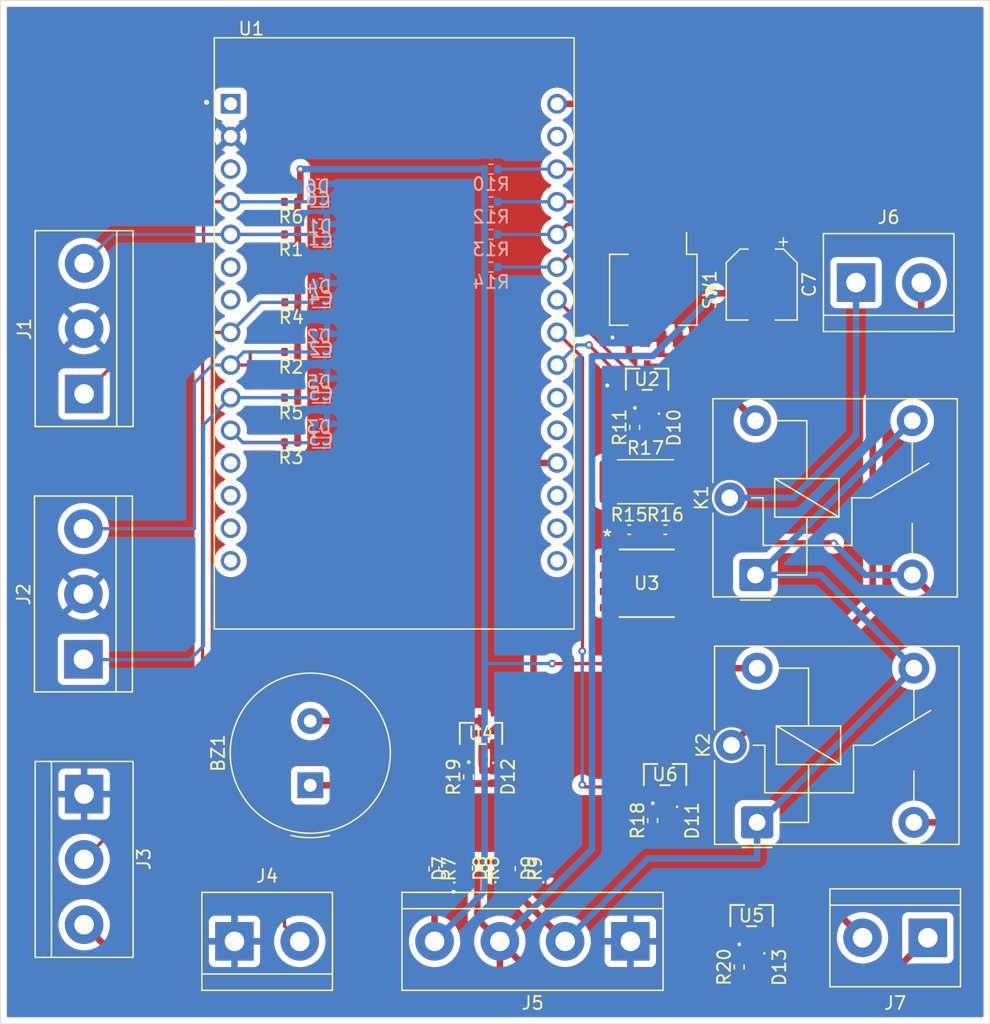
<source format=kicad_pcb>
(kicad_pcb (version 20240108) (generator "pcbnew") (generator_version "8.0")
  (layers (0 "F.Cu" signal) (31 "B.Cu" signal) (34 "B.Paste" user) (35 "F.Paste" user) (36 "B.SilkS" user "B.Silkscreen") (37 "F.SilkS" user "F.Silkscreen") (38 "B.Mask" user) (39 "F.Mask" user) (44 "Edge.Cuts" user))
  (net 0 "")
  (net 1 "+5V")
  (net 2 "Net-(BZ1--)")
  (net 3 "GND")
  (net 4 "Net-(D7-A)")
  (net 5 "Net-(D8-A)")
  (net 6 "LSC")
  (net 7 "LSA")
  (net 8 "KEYA")
  (net 9 "KEYC")
  (net 10 "FTC")
  (net 11 "PP")
  (net 12 "MO1")
  (net 13 "MO2")
  (net 14 "Net-(J7-Pin_2)")
  (net 15 "Net-(D9-A)")
  (net 16 "Net-(D10-A)")
  (net 17 "Net-(D11-A)")
  (net 18 "Net-(D12-A)")
  (net 19 "Net-(D13-A)")
  (net 20 "+12V")
  (net 21 "+3.3V")
  (net 22 "Net-(U1-D13)")
  (net 23 "Net-(U1-D12)")
  (net 24 "Net-(U1-D14)")
  (net 25 "Net-(U1-D27)")
  (net 26 "MA")
  (net 27 "LAMP")
  (net 28 "BUZZER")
  (net 29 "MC")
  (net 40 "RefCorriente")
  (net 43 "Net-(U2-COLLECTOR)")
  (net 44 "Net-(U6-COLLECTOR)")
  (net 45 "Net-(U1-D33)")
  (net 47 "Net-(U3A--)")
  (net 48 "Net-(U5-BASE)")
  (footprint "TerminalBlock:TerminalBlock_bornier-2_P5.08mm" (layer "F.Cu") (at 157.1752 131.318 180)
    (property "Reference" "J7" (at 2.54 -5.08 0) (layer "F.SilkS"))
    (property "Value" "LAMP")
    (pad "1" thru_hole rect (at 0 0 180) (size 3 3) (drill 1.52) (layers "*.Cu" "*.Mask") (net 1 "+5V"))
    (pad "2" thru_hole circle (at 5.08 0 180) (size 3 3) (drill 1.52) (layers "*.Cu" "*.Mask") (net 14 "Net-(J7-Pin_2)"))
  )
  (footprint "Resistor_SMD:R_0402_1005Metric" (layer "F.Cu") (at 121.4374 118.8085 90)
    (property "Reference" "R19" (at 0 -1.17 90) (layer "F.SilkS"))
    (property "Value" "220")
    (pad "1" smd roundrect (at -0.51 0 90) (size 0.54 0.64) (layers "F.Cu" "F.Paste" "F.Mask") (net 18 "Net-(D12-A)"))
    (pad "2" smd roundrect (at 0.51 0 90) (size 0.54 0.64) (layers "F.Cu" "F.Paste" "F.Mask") (net 28 "BUZZER"))
  )
  (footprint "Capacitor_SMD:CP_Elec_5x5.4" (layer "F.Cu") (at 144.2466 80.4926 -90)
    (property "Reference" "C7" (at 0 -3.7 90) (layer "F.SilkS"))
    (property "Value" "22uF")
    (pad "1" smd roundrect (at -2.2 0 270) (size 3 1.6) (layers "F.Cu" "F.Paste" "F.Mask") (roundrect_rratio 0.15625) (net 1 "+5V"))
    (pad "2" smd roundrect (at 2.2 0 270) (size 3 1.6) (layers "F.Cu" "F.Paste" "F.Mask") (roundrect_rratio 0.15625) (net 3 "GND"))
  )
  (footprint "Resistor_SMD:R_0402_1005Metric" (layer "F.Cu") (at 107.6218 89.2924 180)
    (property "Reference" "R5" (at 0 -1.17 0) (layer "F.SilkS"))
    (property "Value" "1k")
    (pad "1" smd roundrect (at -0.51 0 180) (size 0.54 0.64) (layers "F.Cu" "F.Paste" "F.Mask") (net 21 "+3.3V"))
    (pad "2" smd roundrect (at 0.51 0 180) (size 0.54 0.64) (layers "F.Cu" "F.Paste" "F.Mask") (net 9 "KEYC"))
  )
  (footprint "Resistor_SMD:R_0402_1005Metric" (layer "F.Cu") (at 134.366 91.6051 90)
    (property "Reference" "R11" (at 0 -1.17 90) (layer "F.SilkS"))
    (property "Value" "220")
    (pad "1" smd roundrect (at -0.51 0 90) (size 0.54 0.64) (layers "F.Cu" "F.Paste" "F.Mask") (net 16 "Net-(D10-A)"))
    (pad "2" smd roundrect (at 0.51 0 90) (size 0.54 0.64) (layers "F.Cu" "F.Paste" "F.Mask") (net 26 "MA"))
  )
  (footprint "Resistor_SMD:R_0402_1005Metric" (layer "F.Cu") (at 107.6218 85.7364 180)
    (property "Reference" "R2" (at 0 -1.17 0) (layer "F.SilkS"))
    (property "Value" "1k")
    (pad "1" smd roundrect (at -0.51 0 180) (size 0.54 0.64) (layers "F.Cu" "F.Paste" "F.Mask") (net 21 "+3.3V"))
    (pad "2" smd roundrect (at 0.51 0 180) (size 0.54 0.64) (layers "F.Cu" "F.Paste" "F.Mask") (net 8 "KEYA"))
  )
  (footprint "Resistor_SMD:R_0402_1005Metric" (layer "F.Cu") (at 125.4506 125.9318 -90)
    (property "Reference" "R9" (at 0 -1.17 90) (layer "F.SilkS"))
    (property "Value" "220")
    (pad "1" smd roundrect (at -0.51 0 270) (size 0.54 0.64) (layers "F.Cu" "F.Paste" "F.Mask") (net 15 "Net-(D9-A)"))
    (pad "2" smd roundrect (at 0.51 0 270) (size 0.54 0.64) (layers "F.Cu" "F.Paste" "F.Mask") (net 20 "+12V"))
  )
  (footprint "LIBRERIA PERSONAL:SOT-23-3_1P4X3P040_ONS-L" (layer "F.Cu") (at 135.3312 87.8586)
    (property "Reference" "U2" (at 0 0 0) (layer "F.SilkS"))
    (property "Value" "MMUN2233LT1G")
    (pad "1" smd rect (at -0.9525 0.9652) (size 0.508 1.016) (layers "F.Cu" "F.Paste" "F.Mask") (net 26 "MA"))
    (pad "2" smd rect (at 0.9525 0.9652) (size 0.508 1.016) (layers "F.Cu" "F.Paste" "F.Mask") (net 3 "GND"))
    (pad "3" smd rect (at 0 -0.9652) (size 0.508 1.016) (layers "F.Cu" "F.Paste" "F.Mask") (net 43 "Net-(U2-COLLECTOR)"))
  )
  (footprint "Capacitor_SMD:C_0402_1005Metric" (layer "F.Cu") (at 136.7536 99.568)
    (property "Reference" "R16" (at 0 -1.16 0) (layer "F.SilkS"))
    (property "Value" "20k")
    (pad "1" smd roundrect (at -0.48 0) (size 0.56 0.62) (layers "F.Cu" "F.Paste" "F.Mask") (net 47 "Net-(U3A--)"))
    (pad "2" smd roundrect (at 0.48 0) (size 0.56 0.62) (layers "F.Cu" "F.Paste" "F.Mask") (net 3 "GND"))
  )
  (footprint "TerminalBlock:TerminalBlock_bornier-2_P5.08mm" (layer "F.Cu") (at 103.2218 131.5936)
    (property "Reference" "J4" (at 2.54 -5.08 0) (layer "F.SilkS"))
    (property "Value" "Screw_Terminal_01x02")
    (pad "1" thru_hole rect (at 0 0) (size 3 3) (drill 1.52) (layers "*.Cu" "*.Mask") (net 3 "GND"))
    (pad "2" thru_hole circle (at 5.08 0) (size 3 3) (drill 1.52) (layers "*.Cu" "*.Mask") (net 11 "PP"))
  )
  (footprint "LED_SMD:LED_0402_1005Metric" (layer "F.Cu") (at 136.2456 91.6305 -90)
    (property "Reference" "D10" (at 0 -1.17 90) (layer "F.SilkS"))
    (property "Value" "MA")
    (pad "1" smd roundrect (at -0.485 0 270) (size 0.59 0.64) (layers "F.Cu" "F.Paste" "F.Mask") (net 3 "GND"))
    (pad "2" smd roundrect (at 0.485 0 270) (size 0.59 0.64) (layers "F.Cu" "F.Paste" "F.Mask") (net 16 "Net-(D10-A)"))
  )
  (footprint "LIBRERIA PERSONAL:SOT-23-3_1P4X3P040_ONS-L" (layer "F.Cu") (at 143.4592 129.5908)
    (property "Reference" "U5" (at 0 0 0) (layer "F.SilkS"))
    (property "Value" "MMUN2233LT1G")
    (pad "1" smd rect (at -0.9525 0.9652) (size 0.508 1.016) (layers "F.Cu" "F.Paste" "F.Mask") (net 48 "Net-(U5-BASE)"))
    (pad "2" smd rect (at 0.9525 0.9652) (size 0.508 1.016) (layers "F.Cu" "F.Paste" "F.Mask") (net 3 "GND"))
    (pad "3" smd rect (at 0 -0.9652) (size 0.508 1.016) (layers "F.Cu" "F.Paste" "F.Mask") (net 14 "Net-(J7-Pin_2)"))
  )
  (footprint "Button_Switch_SMD:SW_DIP_SPSTx04_Slide_KingTek_DSHP04TS_W7.62mm_P1.27mm" (layer "F.Cu") (at 135.8138 80.899 -90)
    (property "Reference" "SW1" (at 0 -4.4 90) (layer "F.SilkS"))
    (property "Value" "SW_DIP_x04")
    (pad "1" smd rect (at -3.81 -1.905 270) (size 1.27 0.76) (layers "F.Cu" "F.Paste" "F.Mask") (net 22 "Net-(U1-D13)"))
    (pad "2" smd rect (at -3.81 -0.635 270) (size 1.27 0.76) (layers "F.Cu" "F.Paste" "F.Mask") (net 23 "Net-(U1-D12)"))
    (pad "3" smd rect (at -3.81 0.635 270) (size 1.27 0.76) (layers "F.Cu" "F.Paste" "F.Mask") (net 24 "Net-(U1-D14)"))
    (pad "4" smd rect (at -3.81 1.905 270) (size 1.27 0.76) (layers "F.Cu" "F.Paste" "F.Mask") (net 25 "Net-(U1-D27)"))
    (pad "5" smd rect (at 3.81 1.905 270) (size 1.27 0.76) (layers "F.Cu" "F.Paste" "F.Mask") (net 3 "GND"))
    (pad "6" smd rect (at 3.81 0.635 270) (size 1.27 0.76) (layers "F.Cu" "F.Paste" "F.Mask") (net 3 "GND"))
    (pad "7" smd rect (at 3.81 -0.635 270) (size 1.27 0.76) (layers "F.Cu" "F.Paste" "F.Mask") (net 3 "GND"))
    (pad "8" smd rect (at 3.81 -1.905 270) (size 1.27 0.76) (layers "F.Cu" "F.Paste" "F.Mask") (net 3 "GND"))
  )
  (footprint "LIBRERIA PERSONAL:lm358" (layer "F.Cu") (at 135.3058 103.7336)
    (property "Reference" "U3" (at 0 0 0) (layer "F.SilkS"))
    (property "Value" "LM358")
    (fp_text user "*" (at -3.07975 -3.6068 0) (layer "F.SilkS"))
    (fp_text user "*" (at -3.07975 -3.6068 0) (layer "F.SilkS"))
    (pad "1" smd rect (at -2.82575 -1.905) (size 1.6637 0.5588) (layers "F.Cu" "F.Paste" "F.Mask") (net 45 "Net-(U1-D33)"))
    (pad "2" smd rect (at -2.82575 -0.635) (size 1.6637 0.5588) (layers "F.Cu" "F.Paste" "F.Mask") (net 47 "Net-(U3A--)"))
    (pad "3" smd rect (at -2.82575 0.635) (size 1.6637 0.5588) (layers "F.Cu" "F.Paste" "F.Mask") (net 40 "RefCorriente"))
    (pad "4" smd rect (at -2.82575 1.905) (size 1.6637 0.5588) (layers "F.Cu" "F.Paste" "F.Mask") (net 3 "GND"))
    (pad "5" smd rect (at 2.82575 1.905) (size 1.6637 0.5588) (layers "F.Cu" "F.Paste" "F.Mask"))
    (pad "6" smd rect (at 2.82575 0.635) (size 1.6637 0.5588) (layers "F.Cu" "F.Paste" "F.Mask"))
    (pad "7" smd rect (at 2.82575 -0.635) (size 1.6637 0.5588) (layers "F.Cu" "F.Paste" "F.Mask"))
    (pad "8" smd rect (at 2.82575 -1.905) (size 1.6637 0.5588) (layers "F.Cu" "F.Paste" "F.Mask") (net 21 "+3.3V"))
  )
  (footprint "LED_SMD:LED_0402_1005Metric" (layer "F.Cu") (at 123.5202 125.9078 90)
    (property "Reference" "D8" (at 0 -1.17 90) (layer "F.SilkS"))
    (property "Value" "5V")
    (pad "1" smd roundrect (at -0.485 0 90) (size 0.59 0.64) (layers "F.Cu" "F.Paste" "F.Mask") (net 3 "GND"))
    (pad "2" smd roundrect (at 0.485 0 90) (size 0.59 0.64) (layers "F.Cu" "F.Paste" "F.Mask") (net 5 "Net-(D8-A)"))
  )
  (footprint "LED_SMD:LED_0402_1005Metric" (layer "F.Cu") (at 120.3198 125.9302 90)
    (property "Reference" "D7" (at 0 -1.17 90) (layer "F.SilkS"))
    (property "Value" "3V3")
    (pad "1" smd roundrect (at -0.485 0 90) (size 0.59 0.64) (layers "F.Cu" "F.Paste" "F.Mask") (net 3 "GND"))
    (pad "2" smd roundrect (at 0.485 0 90) (size 0.59 0.64) (layers "F.Cu" "F.Paste" "F.Mask") (net 4 "Net-(D7-A)"))
  )
  (footprint "Resistor_SMD:R_0402_1005Metric" (layer "F.Cu") (at 122.1232 125.9078 -90)
    (property "Reference" "R8" (at 0 -1.17 90) (layer "F.SilkS"))
    (property "Value" "220")
    (pad "1" smd roundrect (at -0.51 0 270) (size 0.54 0.64) (layers "F.Cu" "F.Paste" "F.Mask") (net 5 "Net-(D8-A)"))
    (pad "2" smd roundrect (at 0.51 0 270) (size 0.54 0.64) (layers "F.Cu" "F.Paste" "F.Mask") (net 1 "+5V"))
  )
  (footprint "Resistor_SMD:R_0402_1005Metric" (layer "F.Cu") (at 107.6478 81.8756 180)
    (property "Reference" "R4" (at 0 -1.17 0) (layer "F.SilkS"))
    (property "Value" "1k")
    (pad "1" smd roundrect (at -0.51 0 180) (size 0.54 0.64) (layers "F.Cu" "F.Paste" "F.Mask") (net 21 "+3.3V"))
    (pad "2" smd roundrect (at 0.51 0 180) (size 0.54 0.64) (layers "F.Cu" "F.Paste" "F.Mask") (net 10 "FTC"))
  )
  (footprint "LED_SMD:LED_0402_1005Metric" (layer "F.Cu") (at 137.6662 122.2153 -90)
    (property "Reference" "D11" (at 0 -1.17 90) (layer "F.SilkS"))
    (property "Value" "MC")
    (pad "1" smd roundrect (at -0.485 0 270) (size 0.59 0.64) (layers "F.Cu" "F.Paste" "F.Mask") (net 3 "GND"))
    (pad "2" smd roundrect (at 0.485 0 270) (size 0.59 0.64) (layers "F.Cu" "F.Paste" "F.Mask") (net 17 "Net-(D11-A)"))
  )
  (footprint "Capacitor_SMD:C_0402_1005Metric" (layer "F.Cu") (at 133.9342 99.568)
    (property "Reference" "R15" (at 0 -1.16 0) (layer "F.SilkS"))
    (property "Value" "100k")
    (pad "1" smd roundrect (at -0.48 0) (size 0.56 0.62) (layers "F.Cu" "F.Paste" "F.Mask") (net 45 "Net-(U1-D33)"))
    (pad "2" smd roundrect (at 0.48 0) (size 0.56 0.62) (layers "F.Cu" "F.Paste" "F.Mask") (net 47 "Net-(U3A--)"))
  )
  (footprint "Resistor_SMD:R_0402_1005Metric" (layer "F.Cu") (at 107.6198 76.5924 180)
    (property "Reference" "R1" (at 0 -1.17 0) (layer "F.SilkS"))
    (property "Value" "1k")
    (pad "1" smd roundrect (at -0.51 0 180) (size 0.54 0.64) (layers "F.Cu" "F.Paste" "F.Mask") (net 21 "+3.3V"))
    (pad "2" smd roundrect (at 0.51 0 180) (size 0.54 0.64) (layers "F.Cu" "F.Paste" "F.Mask") (net 7 "LSA"))
  )
  (footprint "Relay_THT:Relay_SPDT_Finder_36.11" (layer "F.Cu") (at 143.7616 103.0875 90)
    (property "Reference" "K1" (at 6 -4.2 90) (layer "F.SilkS"))
    (property "Value" "FINDER-36.11")
    (pad "11" thru_hole circle (at 6 -2 90) (size 2.4 2.4) (drill 1.3) (layers "*.Cu" "*.Mask") (net 12 "MO1") (clearance 0.2))
    (pad "12" thru_hole circle (at 12 12.2 90) (size 2.4 2.4) (drill 1.3) (layers "*.Cu" "*.Mask") (net 20 "+12V"))
    (pad "14" thru_hole circle (at 0 12.2 90) (size 2.4 2.4) (drill 1.3) (layers "*.Cu" "*.Mask") (net 40 "RefCorriente"))
    (pad "A1" thru_hole roundrect (at 0 0 90) (size 2.5 2.5) (drill 1.3) (layers "*.Cu" "*.Mask") (roundrect_rratio 0.1) (net 20 "+12V"))
    (pad "A2" thru_hole circle (at 12 0 90) (size 2.4 2.4) (drill 1.3) (layers "*.Cu" "*.Mask") (net 43 "Net-(U2-COLLECTOR)"))
  )
  (footprint "Buzzer_Beeper:Buzzer_TDK_PS1240P02BT_D12.2mm_H6.5mm" (layer "F.Cu") (at 109.1184 119.4524 90)
    (property "Reference" "BZ1" (at 2.5 -7.17 90) (layer "F.SilkS"))
    (property "Value" "Buzzer")
    (pad "1" thru_hole rect (at 0 0 90) (size 2 2) (drill 1) (layers "*.Cu" "*.Mask") (net 1 "+5V"))
    (pad "2" thru_hole circle (at 5 0 90) (size 2 2) (drill 1) (layers "*.Cu" "*.Mask") (net 2 "Net-(BZ1--)"))
  )
  (footprint "LIBRERIA PERSONAL:SOT-23-3_1P4X3P040_ONS-L" (layer "F.Cu") (at 122.4026 115.4176)
    (property "Reference" "U4" (at 0 0 0) (layer "F.SilkS"))
    (property "Value" "MMUN2233LT1G")
    (pad "1" smd rect (at -0.9525 0.9652) (size 0.508 1.016) (layers "F.Cu" "F.Paste" "F.Mask") (net 28 "BUZZER"))
    (pad "2" smd rect (at 0.9525 0.9652) (size 0.508 1.016) (layers "F.Cu" "F.Paste" "F.Mask") (net 3 "GND"))
    (pad "3" smd rect (at 0 -0.9652) (size 0.508 1.016) (layers "F.Cu" "F.Paste" "F.Mask") (net 2 "Net-(BZ1--)"))
  )
  (footprint "LIBRERIA PERSONAL:SOT-23-3_1P4X3P040_ONS-L" (layer "F.Cu") (at 136.7264 118.6189)
    (property "Reference" "U6" (at 0 0 0) (layer "F.SilkS"))
    (property "Value" "MMUN2233LT1G")
    (pad "1" smd rect (at -0.9525 0.9652) (size 0.508 1.016) (layers "F.Cu" "F.Paste" "F.Mask") (net 29 "MC"))
    (pad "2" smd rect (at 0.9525 0.9652) (size 0.508 1.016) (layers "F.Cu" "F.Paste" "F.Mask") (net 3 "GND"))
    (pad "3" smd rect (at 0 -0.9652) (size 0.508 1.016) (layers "F.Cu" "F.Paste" "F.Mask") (net 44 "Net-(U6-COLLECTOR)"))
  )
  (footprint "LIBRERIA PERSONAL:MODULE_ESP32-DEVKITC" (layer "F.Cu") (at 102.8808 102.2224)
    (property "Reference" "U1" (at 1.65 -41.63 0) (layer "F.SilkS"))
    (property "Value" "ESP32-DEVKITC")
    (pad "1" thru_hole rect (at 0.04 -35.79) (size 1.53 1.53) (drill 1.02) (layers "*.Cu" "*.Mask"))
    (pad "2" thru_hole circle (at 0.04 -33.25) (size 1.53 1.53) (drill 1.02) (layers "*.Cu" "*.Mask") (net 3 "GND"))
    (pad "3" thru_hole circle (at 0.04 -30.71) (size 1.53 1.53) (drill 1.02) (layers "*.Cu" "*.Mask"))
    (pad "4" thru_hole circle (at 0.04 -28.17) (size 1.53 1.53) (drill 1.02) (layers "*.Cu" "*.Mask") (net 6 "LSC"))
    (pad "5" thru_hole circle (at 0.04 -25.63) (size 1.53 1.53) (drill 1.02) (layers "*.Cu" "*.Mask") (net 7 "LSA"))
    (pad "6" thru_hole circle (at 0.04 -23.09) (size 1.53 1.53) (drill 1.02) (layers "*.Cu" "*.Mask"))
    (pad "7" thru_hole circle (at 0.04 -20.55) (size 1.53 1.53) (drill 1.02) (layers "*.Cu" "*.Mask"))
    (pad "8" thru_hole circle (at 0.04 -18.01) (size 1.53 1.53) (drill 1.02) (layers "*.Cu" "*.Mask") (net 10 "FTC"))
    (pad "9" thru_hole circle (at 0.04 -15.47) (size 1.53 1.53) (drill 1.02) (layers "*.Cu" "*.Mask") (net 8 "KEYA"))
    (pad "10" thru_hole circle (at 0.04 -12.93) (size 1.53 1.53) (drill 1.02) (layers "*.Cu" "*.Mask") (net 9 "KEYC"))
    (pad "11" thru_hole circle (at 0.04 -10.39) (size 1.53 1.53) (drill 1.02) (layers "*.Cu" "*.Mask") (net 11 "PP"))
    (pad "12" thru_hole circle (at 0.04 -7.85) (size 1.53 1.53) (drill 1.02) (layers "*.Cu" "*.Mask"))
    (pad "13" thru_hole circle (at 0.04 -5.31) (size 1.53 1.53) (drill 1.02) (layers "*.Cu" "*.Mask"))
    (pad "14" thru_hole circle (at 0.04 -2.77) (size 1.53 1.53) (drill 1.02) (layers "*.Cu" "*.Mask"))
    (pad "15" thru_hole circle (at 0.04 -0.23) (size 1.53 1.53) (drill 1.02) (layers "*.Cu" "*.Mask"))
    (pad "16" thru_hole circle (at 25.44 -0.23) (size 1.53 1.53) (drill 1.02) (layers "*.Cu" "*.Mask"))
    (pad "17" thru_hole circle (at 25.44 -2.77) (size 1.53 1.53) (drill 1.02) (layers "*.Cu" "*.Mask"))
    (pad "18" thru_hole circle (at 25.44 -5.31) (size 1.53 1.53) (drill 1.02) (layers "*.Cu" "*.Mask"))
    (pad "19" thru_hole circle (at 25.44 -7.85) (size 1.53 1.53) (drill 1.02) (layers "*.Cu" "*.Mask") (net 28 "BUZZER"))
    (pad "20" thru_hole circle (at 25.44 -10.39) (size 1.53 1.53) (drill 1.02) (layers "*.Cu" "*.Mask"))
    (pad "21" thru_hole circle (at 25.44 -12.93) (size 1.53 1.53) (drill 1.02) (layers "*.Cu" "*.Mask") (net 27 "LAMP"))
    (pad "22" thru_hole circle (at 25.44 -15.47) (size 1.53 1.53) (drill 1.02) (layers "*.Cu" "*.Mask") (net 45 "Net-(U1-D33)"))
    (pad "23" thru_hole circle (at 25.44 -18.01) (size 1.53 1.53) (drill 1.02) (layers "*.Cu" "*.Mask") (net 29 "MC"))
    (pad "24" thru_hole circle (at 25.44 -20.55) (size 1.53 1.53) (drill 1.02) (layers "*.Cu" "*.Mask") (net 26 "MA"))
    (pad "25" thru_hole circle (at 25.44 -23.09) (size 1.53 1.53) (drill 1.02) (layers "*.Cu" "*.Mask") (net 25 "Net-(U1-D27)"))
    (pad "26" thru_hole circle (at 25.44 -25.63) (size 1.53 1.53) (drill 1.02) (layers "*.Cu" "*.Mask") (net 24 "Net-(U1-D14)"))
    (pad "27" thru_hole circle (at 25.44 -28.17) (size 1.53 1.53) (drill 1.02) (layers "*.Cu" "*.Mask") (net 23 "Net-(U1-D12)"))
    (pad "28" thru_hole circle (at 25.44 -30.71) (size 1.53 1.53) (drill 1.02) (layers "*.Cu" "*.Mask") (net 22 "Net-(U1-D13)"))
    (pad "29" thru_hole circle (at 25.44 -33.25) (size 1.53 1.53) (drill 1.02) (layers "*.Cu" "*.Mask"))
    (pad "30" thru_hole circle (at 25.44 -35.79) (size 1.53 1.53) (drill 1.02) (layers "*.Cu" "*.Mask") (net 1 "+5V"))
  )
  (footprint "Resistor_SMD:R_0402_1005Metric" (layer "F.Cu") (at 107.6198 74.0524 180)
    (property "Reference" "R6" (at 0 -1.17 0) (layer "F.SilkS"))
    (property "Value" "1k")
    (pad "1" smd roundrect (at -0.51 0 180) (size 0.54 0.64) (layers "F.Cu" "F.Paste" "F.Mask") (net 21 "+3.3V"))
    (pad "2" smd roundrect (at 0.51 0 180) (size 0.54 0.64) (layers "F.Cu" "F.Paste" "F.Mask") (net 6 "LSC"))
  )
  (footprint "Resistor_SMD:R_2512_6332Metric" (layer "F.Cu") (at 135.2042 95.8342)
    (property "Reference" "R17" (at 0 -2.62 0) (layer "F.SilkS"))
    (property "Value" "0.1")
    (pad "1" smd roundrect (at -2.9625 0) (size 1.225 3.35) (layers "F.Cu" "F.Paste" "F.Mask") (roundrect_rratio 0.204082) (net 3 "GND"))
    (pad "2" smd roundrect (at 2.9625 0) (size 1.225 3.35) (layers "F.Cu" "F.Paste" "F.Mask") (roundrect_rratio 0.204082) (net 40 "RefCorriente"))
  )
  (footprint "LED_SMD:LED_0402_1005Metric" (layer "F.Cu") (at 144.4498 133.6167 -90)
    (property "Reference" "D13" (at 0 -1.17 90) (layer "F.SilkS"))
    (property "Value" "MA")
    (pad "1" smd roundrect (at -0.485 0 270) (size 0.59 0.64) (layers "F.Cu" "F.Paste" "F.Mask") (net 3 "GND"))
    (pad "2" smd roundrect (at 0.485 0 270) (size 0.59 0.64) (layers "F.Cu" "F.Paste" "F.Mask") (net 19 "Net-(D13-A)"))
  )
  (footprint "LED_SMD:LED_0402_1005Metric" (layer "F.Cu") (at 123.3424 118.799 -90)
    (property "Reference" "D12" (at 0 -1.17 90) (layer "F.SilkS"))
    (property "Value" "MA")
    (pad "1" smd roundrect (at -0.485 0 270) (size 0.59 0.64) (layers "F.Cu" "F.Paste" "F.Mask") (net 3 "GND"))
    (pad "2" smd roundrect (at 0.485 0 270) (size 0.59 0.64) (layers "F.Cu" "F.Paste" "F.Mask") (net 18 "Net-(D12-A)"))
  )
  (footprint "Resistor_SMD:R_0402_1005Metric" (layer "F.Cu") (at 135.7612 122.1994 90)
    (property "Reference" "R18" (at 0 -1.17 90) (layer "F.SilkS"))
    (property "Value" "220")
    (pad "1" smd roundrect (at -0.51 0 90) (size 0.54 0.64) (layers "F.Cu" "F.Paste" "F.Mask") (net 17 "Net-(D11-A)"))
    (pad "2" smd roundrect (at 0.51 0 90) (size 0.54 0.64) (layers "F.Cu" "F.Paste" "F.Mask") (net 29 "MC"))
  )
  (footprint "Resistor_SMD:R_0402_1005Metric" (layer "F.Cu") (at 142.494 133.5913 90)
    (property "Reference" "R20" (at 0 -1.17 90) (layer "F.SilkS"))
    (property "Value" "220")
    (pad "1" smd roundrect (at -0.51 0 90) (size 0.54 0.64) (layers "F.Cu" "F.Paste" "F.Mask") (net 19 "Net-(D13-A)"))
    (pad "2" smd roundrect (at 0.51 0 90) (size 0.54 0.64) (layers "F.Cu" "F.Paste" "F.Mask") (net 48 "Net-(U5-BASE)"))
  )
  (footprint "Resistor_SMD:R_0402_1005Metric" (layer "F.Cu") (at 118.745 125.9566 -90)
    (property "Reference" "R7" (at 0 -1.17 90) (layer "F.SilkS"))
    (property "Value" "220")
    (pad "1" smd roundrect (at -0.51 0 270) (size 0.54 0.64) (layers "F.Cu" "F.Paste" "F.Mask") (net 4 "Net-(D7-A)"))
    (pad "2" smd roundrect (at 0.51 0 270) (size 0.54 0.64) (layers "F.Cu" "F.Paste" "F.Mask") (net 21 "+3.3V"))
  )
  (footprint "Resistor_SMD:R_0402_1005Metric" (layer "F.Cu") (at 107.6198 92.7722 180)
    (property "Reference" "R3" (at 0 -1.17 0) (layer "F.SilkS"))
    (property "Value" "1k")
    (pad "1" smd roundrect (at -0.51 0 180) (size 0.54 0.64) (layers "F.Cu" "F.Paste" "F.Mask") (net 21 "+3.3V"))
    (pad "2" smd roundrect (at 0.51 0 180) (size 0.54 0.64) (layers "F.Cu" "F.Paste" "F.Mask") (net 11 "PP"))
  )
  (footprint "TerminalBlock:TerminalBlock_bornier-4_P5.08mm" (layer "F.Cu") (at 134.032 131.5936 180)
    (property "Reference" "J5" (at 7.6 -4.8 0) (layer "F.SilkS"))
    (property "Value" "Screw_Terminal_01x04")
    (pad "1" thru_hole rect (at 0 0 180) (size 3 3) (drill 1.52) (layers "*.Cu" "*.Mask") (net 3 "GND"))
    (pad "2" thru_hole circle (at 5.08 0 180) (size 3 3) (drill 1.52) (layers "*.Cu" "*.Mask") (net 20 "+12V"))
    (pad "3" thru_hole circle (at 10.16 0 180) (size 3 3) (drill 1.52) (layers "*.Cu" "*.Mask") (net 1 "+5V"))
    (pad "4" thru_hole circle (at 15.24 0 180) (size 3 3) (drill 1.52) (layers "*.Cu" "*.Mask") (net 21 "+3.3V"))
  )
  (footprint "TerminalBlock:TerminalBlock_bornier-2_P5.08mm" (layer "F.Cu") (at 151.5872 80.3402)
    (property "Reference" "J6" (at 2.54 -5.08 0) (layer "F.SilkS"))
    (property "Value" "MOTOR")
    (pad "1" thru_hole rect (at 0 0) (size 3 3) (drill 1.52) (layers "*.Cu" "*.Mask") (net 12 "MO1"))
    (pad "2" thru_hole circle (at 5.08 0) (size 3 3) (drill 1.52) (layers "*.Cu" "*.Mask") (net 13 "MO2"))
  )
  (footprint "Relay_THT:Relay_SPDT_Finder_36.11" (layer "F.Cu") (at 143.891 122.3376 90)
    (property "Reference" "K2" (at 6 -4.2 90) (layer "F.SilkS"))
    (property "Value" "FINDER-36.11")
    (pad "11" thru_hole circle (at 6 -2 90) (size 2.4 2.4) (drill 1.3) (layers "*.Cu" "*.Mask") (net 13 "MO2") (clearance 0.2))
    (pad "12" thru_hole circle (at 12 12.2 90) (size 2.4 2.4) (drill 1.3) (layers "*.Cu" "*.Mask") (net 20 "+12V"))
    (pad "14" thru_hole circle (at 0 12.2 90) (size 2.4 2.4) (drill 1.3) (layers "*.Cu" "*.Mask") (net 40 "RefCorriente"))
    (pad "A1" thru_hole roundrect (at 0 0 90) (size 2.5 2.5) (drill 1.3) (layers "*.Cu" "*.Mask") (roundrect_rratio 0.1) (net 20 "+12V"))
    (pad "A2" thru_hole circle (at 12 0 90) (size 2.4 2.4) (drill 1.3) (layers "*.Cu" "*.Mask") (net 44 "Net-(U6-COLLECTOR)"))
  )
  (footprint "TerminalBlock:TerminalBlock_bornier-3_P5.08mm" (layer "F.Cu") (at 91.52 89.0016 90)
    (property "Reference" "J1" (at 5.05 -4.65 90) (layer "F.SilkS"))
    (property "Value" "LIMIT SWITCHES")
    (pad "1" thru_hole rect (at 0 0 90) (size 3 3) (drill 1.52) (layers "*.Cu" "*.Mask") (net 6 "LSC"))
    (pad "2" thru_hole circle (at 5.08 0 90) (size 3 3) (drill 1.52) (layers "*.Cu" "*.Mask") (net 3 "GND"))
    (pad "3" thru_hole circle (at 10.16 0 90) (size 3 3) (drill 1.52) (layers "*.Cu" "*.Mask") (net 7 "LSA"))
  )
  (footprint "TerminalBlock:TerminalBlock_bornier-3_P5.08mm" (layer "F.Cu") (at 91.4654 109.648 90)
    (property "Reference" "J2" (at 5.05 -4.65 90) (layer "F.SilkS"))
    (property "Value" "LLAVE")
    (pad "1" thru_hole rect (at 0 0 90) (size 3 3) (drill 1.52) (layers "*.Cu" "*.Mask") (net 9 "KEYC"))
    (pad "2" thru_hole circle (at 5.08 0 90) (size 3 3) (drill 1.52) (layers "*.Cu" "*.Mask") (net 3 "GND"))
    (pad "3" thru_hole circle (at 10.16 0 90) (size 3 3) (drill 1.52) (layers "*.Cu" "*.Mask") (net 8 "KEYA"))
  )
  (footprint "LED_SMD:LED_0402_1005Metric" (layer "F.Cu") (at 127.254 125.9054 90)
    (property "Reference" "D9" (at 0 -1.17 90) (layer "F.SilkS"))
    (property "Value" "12V")
    (pad "1" smd roundrect (at -0.485 0 90) (size 0.59 0.64) (layers "F.Cu" "F.Paste" "F.Mask") (net 3 "GND"))
    (pad "2" smd roundrect (at 0.485 0 90) (size 0.59 0.64) (layers "F.Cu" "F.Paste" "F.Mask") (net 15 "Net-(D9-A)"))
  )
  (footprint "TerminalBlock:TerminalBlock_bornier-3_P5.08mm" (layer "F.Cu") (at 91.52 120.1382 -90)
    (property "Reference" "J3" (at 5.05 -4.65 90) (layer "F.SilkS"))
    (property "Value" "Screw_Terminal_01x03")
    (pad "1" thru_hole rect (at 0 0 270) (size 3 3) (drill 1.52) (layers "*.Cu" "*.Mask") (net 3 "GND"))
    (pad "2" thru_hole circle (at 5.08 0 270) (size 3 3) (drill 1.52) (layers "*.Cu" "*.Mask") (net 10 "FTC"))
    (pad "3" thru_hole circle (at 10.16 0 270) (size 3 3) (drill 1.52) (layers "*.Cu" "*.Mask") (net 1 "+5V"))
  )
  (footprint "Diode_SMD:D_SOD-923" (layer "B.Cu") (at 109.855 77.1766 180)
    (property "Reference" "D1" (at 0 1.2 0) (layer "B.SilkS") (effects (justify mirror)))
    (property "Value" "ESD9B3.3ST5G")
    (pad "1" smd roundrect (at -0.42 0) (size 0.36 0.25) (layers "B.Cu" "B.Paste" "B.Mask") (net 3 "GND"))
    (pad "2" smd roundrect (at 0.42 0) (size 0.36 0.25) (layers "B.Cu" "B.Paste" "B.Mask") (net 7 "LSA"))
  )
  (footprint "Diode_SMD:D_SOD-923" (layer "B.Cu") (at 109.7966 85.7364 180)
    (property "Reference" "D2" (at 0 1.2 0) (layer "B.SilkS") (effects (justify mirror)))
    (property "Value" "ESD9B3.3ST5G")
    (pad "1" smd roundrect (at -0.42 0) (size 0.36 0.25) (layers "B.Cu" "B.Paste" "B.Mask") (net 3 "GND"))
    (pad "2" smd roundrect (at 0.42 0) (size 0.36 0.25) (layers "B.Cu" "B.Paste" "B.Mask") (net 8 "KEYA"))
  )
  (footprint "Capacitor_SMD:C_0402_1005Metric" (layer "B.Cu") (at 109.9566 84.314)
    (property "Reference" "C2" (at 0 1.16 0) (layer "B.SilkS") (effects (justify mirror)))
    (property "Value" "100nF")
    (pad "1" smd roundrect (at -0.48 0) (size 0.56 0.62) (layers "B.Cu" "B.Paste" "B.Mask") (net 8 "KEYA"))
    (pad "2" smd roundrect (at 0.48 0) (size 0.56 0.62) (layers "B.Cu" "B.Paste" "B.Mask") (net 3 "GND"))
  )
  (footprint "Resistor_SMD:R_0402_1005Metric" (layer "B.Cu") (at 123.19 74.0524)
    (property "Reference" "R12" (at 0 1.17 0) (layer "B.SilkS") (effects (justify mirror)))
    (property "Value" "1k")
    (pad "1" smd roundrect (at -0.51 0) (size 0.54 0.64) (layers "B.Cu" "B.Paste" "B.Mask") (net 21 "+3.3V"))
    (pad "2" smd roundrect (at 0.51 0) (size 0.54 0.64) (layers "B.Cu" "B.Paste" "B.Mask") (net 23 "Net-(U1-D12)"))
  )
  (footprint "Capacitor_SMD:C_0402_1005Metric" (layer "B.Cu") (at 109.9566 80.377)
    (property "Reference" "C4" (at 0 1.16 0) (layer "B.SilkS") (effects (justify mirror)))
    (property "Value" "100nF")
    (pad "1" smd roundrect (at -0.48 0) (size 0.56 0.62) (layers "B.Cu" "B.Paste" "B.Mask") (net 10 "FTC"))
    (pad "2" smd roundrect (at 0.48 0) (size 0.56 0.62) (layers "B.Cu" "B.Paste" "B.Mask") (net 3 "GND"))
  )
  (footprint "Resistor_SMD:R_0402_1005Metric" (layer "B.Cu") (at 123.19 76.5924)
    (property "Reference" "R13" (at 0 1.17 0) (layer "B.SilkS") (effects (justify mirror)))
    (property "Value" "1k")
    (pad "1" smd roundrect (at -0.51 0) (size 0.54 0.64) (layers "B.Cu" "B.Paste" "B.Mask") (net 21 "+3.3V"))
    (pad "2" smd roundrect (at 0.51 0) (size 0.54 0.64) (layers "B.Cu" "B.Paste" "B.Mask") (net 24 "Net-(U1-D14)"))
  )
  (footprint "Capacitor_SMD:C_0402_1005Metric" (layer "B.Cu") (at 109.9566 87.8192)
    (property "Reference" "C5" (at 0 1.16 0) (layer "B.SilkS") (effects (justify mirror)))
    (property "Value" "100nF")
    (pad "1" smd roundrect (at -0.48 0) (size 0.56 0.62) (layers "B.Cu" "B.Paste" "B.Mask") (net 9 "KEYC"))
    (pad "2" smd roundrect (at 0.48 0) (size 0.56 0.62) (layers "B.Cu" "B.Paste" "B.Mask") (net 3 "GND"))
  )
  (footprint "Capacitor_SMD:C_0402_1005Metric" (layer "B.Cu") (at 109.9566 91.3244)
    (property "Reference" "C3" (at 0 1.16 0) (layer "B.SilkS") (effects (justify mirror)))
    (property "Value" "100nF")
    (pad "1" smd roundrect (at -0.48 0) (size 0.56 0.62) (layers "B.Cu" "B.Paste" "B.Mask") (net 11 "PP"))
    (pad "2" smd roundrect (at 0.48 0) (size 0.56 0.62) (layers "B.Cu" "B.Paste" "B.Mask") (net 3 "GND"))
  )
  (footprint "Diode_SMD:D_SOD-923" (layer "B.Cu") (at 109.7966 81.8756 180)
    (property "Reference" "D4" (at 0 1.2 0) (layer "B.SilkS") (effects (justify mirror)))
    (property "Value" "ESD9B3.3ST5G")
    (pad "1" smd roundrect (at -0.42 0) (size 0.36 0.25) (layers "B.Cu" "B.Paste" "B.Mask") (net 3 "GND"))
    (pad "2" smd roundrect (at 0.42 0) (size 0.36 0.25) (layers "B.Cu" "B.Paste" "B.Mask") (net 10 "FTC"))
  )
  (footprint "Diode_SMD:D_SOD-923" (layer "B.Cu") (at 109.7966 92.7976 180)
    (property "Reference" "D3" (at 0 1.2 0) (layer "B.SilkS") (effects (justify mirror)))
    (property "Value" "ESD9B3.3ST5G")
    (pad "1" smd roundrect (at -0.42 0) (size 0.36 0.25) (layers "B.Cu" "B.Paste" "B.Mask") (net 3 "GND"))
    (pad "2" smd roundrect (at 0.42 0) (size 0.36 0.25) (layers "B.Cu" "B.Paste" "B.Mask") (net 11 "PP"))
  )
  (footprint "Diode_SMD:D_SOD-923" (layer "B.Cu") (at 109.6746 74.0524 180)
    (property "Reference" "D6" (at 0 1.2 0) (layer "B.SilkS") (effects (justify mirror)))
    (property "Value" "ESD9B3.3ST5G")
    (pad "1" smd roundrect (at -0.42 0) (size 0.36 0.25) (layers "B.Cu" "B.Paste" "B.Mask") (net 3 "GND"))
    (pad "2" smd roundrect (at 0.42 0) (size 0.36 0.25) (layers "B.Cu" "B.Paste" "B.Mask") (net 6 "LSC"))
  )
  (footprint "Resistor_SMD:R_0402_1005Metric" (layer "B.Cu") (at 123.19 71.5124)
    (property "Reference" "R10" (at 0 1.17 0) (layer "B.SilkS") (effects (justify mirror)))
    (property "Value" "1k")
    (pad "1" smd roundrect (at -0.51 0) (size 0.54 0.64) (layers "B.Cu" "B.Paste" "B.Mask") (net 21 "+3.3V"))
    (pad "2" smd roundrect (at 0.51 0) (size 0.54 0.64) (layers "B.Cu" "B.Paste" "B.Mask") (net 22 "Net-(U1-D13)"))
  )
  (footprint "Resistor_SMD:R_0402_1005Metric" (layer "B.Cu") (at 123.19 79.1324)
    (property "Reference" "R14" (at 0 1.17 0) (layer "B.SilkS") (effects (justify mirror)))
    (property "Value" "1k")
    (pad "1" smd roundrect (at -0.51 0) (size 0.54 0.64) (layers "B.Cu" "B.Paste" "B.Mask") (net 21 "+3.3V"))
    (pad "2" smd roundrect (at 0.51 0) (size 0.54 0.64) (layers "B.Cu" "B.Paste" "B.Mask") (net 25 "Net-(U1-D27)"))
  )
  (footprint "Capacitor_SMD:C_0402_1005Metric" (layer "B.Cu") (at 109.9058 75.7796)
    (property "Reference" "C1" (at 0 1.16 0) (layer "B.SilkS") (effects (justify mirror)))
    (property "Value" "100nF")
    (pad "1" smd roundrect (at -0.48 0) (size 0.56 0.62) (layers "B.Cu" "B.Paste" "B.Mask") (net 7 "LSA"))
    (pad "2" smd roundrect (at 0.48 0) (size 0.56 0.62) (layers "B.Cu" "B.Paste" "B.Mask") (net 3 "GND"))
  )
  (footprint "Diode_SMD:D_SOD-923" (layer "B.Cu") (at 109.7966 89.2924 180)
    (property "Reference" "D5" (at 0 1.2 0) (layer "B.SilkS") (effects (justify mirror)))
    (property "Value" "ESD9B3.3ST5G")
    (pad "1" smd roundrect (at -0.42 0) (size 0.36 0.25) (layers "B.Cu" "B.Paste" "B.Mask") (net 3 "GND"))
    (pad "2" smd roundrect (at 0.42 0) (size 0.36 0.25) (layers "B.Cu" "B.Paste" "B.Mask") (net 9 "KEYC"))
  )
  (footprint "Capacitor_SMD:C_0402_1005Metric" (layer "B.Cu") (at 109.728 72.6554)
    (property "Reference" "C6" (at 0 1.16 0) (layer "B.SilkS") (effects (justify mirror)))
    (property "Value" "100nF")
    (pad "1" smd roundrect (at -0.48 0) (size 0.56 0.62) (layers "B.Cu" "B.Paste" "B.Mask") (net 6 "LSC"))
    (pad "2" smd roundrect (at 0.48 0) (size 0.56 0.62) (layers "B.Cu" "B.Paste" "B.Mask") (net 3 "GND"))
  )
  (gr_rect (start 85 58.3782) (end 162 138) (stroke (width 0.05)) (fill none) (layer "Edge.Cuts"))
  (segment (start 91.52 130.2982) (end 95.4862 134.2644) (width 0.508) (layer "F.Cu") (net 1))
  (segment (start 122.1232 129.8448) (end 122.1232 126.4178) (width 0.508) (layer "F.Cu") (net 1))
  (segment (start 123.872 134.0142) (end 123.872 131.5936) (width 0.508) (layer "F.Cu") (net 1))
  (segment (start 113.6434 119.4524) (end 113.7158 119.5248) (width 0.508) (layer "F.Cu") (net 1))
  (segment (start 123.872 131.5936) (end 127.381 135.1026) (width 0.508) (layer "F.Cu") (net 1))
  (segment (start 141.3608 81.1784) (end 144.2466 78.2926) (width 0.508) (layer "F.Cu") (net 1))
  (segment (start 113.7158 134.1374) (end 113.8428 134.2644) (width 0.508) (layer "F.Cu") (net 1))
  (segment (start 109.1184 119.4524) (end 113.6434 119.4524) (width 0.508) (layer "F.Cu") (net 1))
  (segment (start 113.7158 119.5248) (end 113.7158 134.1374) (width 0.508) (layer "F.Cu") (net 1))
  (segment (start 153.3906 135.1026) (end 157.1752 131.318) (width 0.508) (layer "F.Cu") (net 1))
  (segment (start 140.6398 81.1784) (end 141.3608 81.1784) (width 0.508) (layer "F.Cu") (net 1))
  (segment (start 113.8428 134.2644) (end 123.6218 134.2644) (width 0.508) (layer "F.Cu") (net 1))
  (segment (start 144.2466 78.2926) (end 132.3864 66.4324) (width 0.508) (layer "F.Cu") (net 1))
  (segment (start 123.6218 134.2644) (end 123.872 134.0142) (width 0.508) (layer "F.Cu") (net 1))
  (segment (start 132.3864 66.4324) (end 128.3208 66.4324) (width 0.508) (layer "F.Cu") (net 1))
  (segment (start 123.872 131.5936) (end 122.1232 129.8448) (width 0.508) (layer "F.Cu") (net 1))
  (segment (start 127.381 135.1026) (end 153.3906 135.1026) (width 0.508) (layer "F.Cu") (net 1))
  (segment (start 95.4862 134.2644) (end 113.8428 134.2644) (width 0.508) (layer "F.Cu") (net 1))
  (via (at 140.6398 81.1784) (size 0.6) (drill 0.3) (layers "F.Cu" "B.Cu") (net 1))
  (segment (start 135.763 86.0552) (end 140.6398 81.1784) (width 0.508) (layer "B.Cu") (net 1))
  (segment (start 123.872 131.5936) (end 131.0386 124.427) (width 0.508) (layer "B.Cu") (net 1))
  (segment (start 131.0386 124.427) (end 131.0386 86.0552) (width 0.508) (layer "B.Cu") (net 1))
  (segment (start 131.0386 86.0552) (end 135.763 86.0552) (width 0.508) (layer "B.Cu") (net 1))
  (segment (start 122.4026 114.4524) (end 109.1184 114.4524) (width 0.508) (layer "F.Cu") (net 2))
  (via (at 132.2324 88.3412) (size 0.6) (drill 0.3) (layers "F.Cu" "B.Cu") (net 3))
  (via (at 120.269 127.7366) (size 0.6) (drill 0.3) (layers "F.Cu" "B.Cu") (net 3))
  (via (at 132.6388 84.6074) (size 0.6) (drill 0.3) (layers "F.Cu" "B.Cu") (net 3))
  (segment (start 120.3184 125.4466) (end 120.3198 125.4452) (width 0.508) (layer "F.Cu") (net 4))
  (segment (start 118.745 125.4466) (end 120.3184 125.4466) (width 0.508) (layer "F.Cu") (net 4))
  (segment (start 123.4952 125.3978) (end 123.5202 125.4228) (width 0.508) (layer "F.Cu") (net 5))
  (segment (start 122.1232 125.3978) (end 123.4952 125.3978) (width 0.508) (layer "F.Cu") (net 5))
  (segment (start 100.8126 79.709) (end 100.8126 74.0664) (width 0.254) (layer "F.Cu") (net 6))
  (segment (start 102.9208 74.0524) (end 107.1098 74.0524) (width 0.254) (layer "F.Cu") (net 6))
  (segment (start 91.52 89.0016) (end 100.8126 79.709) (width 0.254) (layer "F.Cu") (net 6))
  (segment (start 100.8266 74.0524) (end 102.9208 74.0524) (width 0.254) (layer "F.Cu") (net 6))
  (segment (start 100.8126 74.0664) (end 100.8266 74.0524) (width 0.254) (layer "F.Cu") (net 6))
  (segment (start 102.8954 74.0778) (end 102.9208 74.0524) (width 0.508) (layer "B.Cu") (net 6))
  (segment (start 102.9208 74.0524) (end 109.2546 74.0524) (width 0.254) (layer "B.Cu") (net 6))
  (segment (start 109.248 72.6554) (end 109.248 74.0458) (width 0.254) (layer "B.Cu") (net 6))
  (segment (start 109.248 74.0458) (end 109.2546 74.0524) (width 0.254) (layer "B.Cu") (net 6))
  (segment (start 107.1098 76.5924) (end 102.9208 76.5924) (width 0.254) (layer "F.Cu") (net 7))
  (segment (start 109.4258 75.7796) (end 109.4258 76.581) (width 0.254) (layer "B.Cu") (net 7))
  (segment (start 93.7692 76.5924) (end 102.9208 76.5924) (width 0.254) (layer "B.Cu") (net 7))
  (segment (start 109.4144 76.5924) (end 109.4258 76.581) (width 0.254) (layer "B.Cu") (net 7))
  (segment (start 102.9208 76.5924) (end 109.4144 76.5924) (width 0.254) (layer "B.Cu") (net 7))
  (segment (start 91.52 78.8416) (end 93.7692 76.5924) (width 0.254) (layer "B.Cu") (net 7))
  (segment (start 109.4258 76.581) (end 109.4258 77.1674) (width 0.254) (layer "B.Cu") (net 7))
  (segment (start 109.4258 77.1674) (end 109.435 77.1766) (width 0.254) (layer "B.Cu") (net 7))
  (segment (start 104.3572 86.7524) (end 104.4448 86.6648) (width 0.254) (layer "F.Cu") (net 8))
  (segment (start 104.4448 86.6648) (end 104.4448 85.725) (width 0.254) (layer "F.Cu") (net 8))
  (segment (start 104.4448 85.725) (end 104.4562 85.7364) (width 0.254) (layer "F.Cu") (net 8))
  (segment (start 104.4562 85.7364) (end 107.1118 85.7364) (width 0.254) (layer "F.Cu") (net 8))
  (segment (start 102.9208 86.7524) (end 104.3572 86.7524) (width 0.254) (layer "F.Cu") (net 8))
  (segment (start 103.9368 85.7364) (end 102.9208 86.7524) (width 0.254) (layer "B.Cu") (net 8))
  (segment (start 109.3766 85.7364) (end 109.3766 84.414) (width 0.254) (layer "B.Cu") (net 8))
  (segment (start 91.4654 99.488) (end 100.0976 99.488) (width 0.254) (layer "B.Cu") (net 8))
  (segment (start 100.1014 99.4918) (end 100.1014 88.138) (width 0.254) (layer "B.Cu") (net 8))
  (segment (start 101.487 86.7524) (end 102.9208 86.7524) (width 0.254) (layer "B.Cu") (net 8))
  (segment (start 100.0976 99.488) (end 100.1014 99.4918) (width 0.254) (layer "B.Cu") (net 8))
  (segment (start 100.1014 88.138) (end 101.487 86.7524) (width 0.254) (layer "B.Cu") (net 8))
  (segment (start 109.3766 84.414) (end 109.4766 84.314) (width 0.254) (layer "B.Cu") (net 8))
  (segment (start 109.3766 85.7364) (end 103.9368 85.7364) (width 0.254) (layer "B.Cu") (net 8))
  (segment (start 107.1118 89.2924) (end 102.9208 89.2924) (width 0.254) (layer "F.Cu") (net 9))
  (segment (start 100.8126 108.6104) (end 100.8126 91.4006) (width 0.254) (layer "B.Cu") (net 9))
  (segment (start 100.8126 91.4006) (end 102.9208 89.2924) (width 0.254) (layer "B.Cu") (net 9))
  (segment (start 109.3766 89.2924) (end 109.3766 87.9192) (width 0.254) (layer "B.Cu") (net 9))
  (segment (start 109.3766 87.9192) (end 109.4766 87.8192) (width 0.254) (layer "B.Cu") (net 9))
  (segment (start 91.4946 109.6772) (end 99.7458 109.6772) (width 0.254) (layer "B.Cu") (net 9))
  (segment (start 99.7458 109.6772) (end 100.8126 108.6104) (width 0.254) (layer "B.Cu") (net 9))
  (segment (start 91.4654 109.648) (end 91.4946 109.6772) (width 0.254) (layer "B.Cu") (net 9))
  (segment (start 109.3766 89.2924) (end 102.9208 89.2924) (width 0.254) (layer "B.Cu") (net 9))
  (segment (start 100.8888 84.201) (end 100.9002 84.2124) (width 0.254) (layer "F.Cu") (net 10))
  (segment (start 100.7364 116.0018) (end 100.7364 84.201) (width 0.254) (layer "F.Cu") (net 10))
  (segment (start 107.1378 81.8756) (end 105.2576 81.8756) (width 0.254) (layer "F.Cu") (net 10))
  (segment (start 100.7364 84.201) (end 100.8888 84.201) (width 0.254) (layer "F.Cu") (net 10))
  (segment (start 100.9002 84.2124) (end 102.9208 84.2124) (width 0.254) (layer "F.Cu") (net 10))
  (segment (start 91.52 125.2182) (end 100.7364 116.0018) (width 0.254) (layer "F.Cu") (net 10))
  (segment (start 105.2576 81.8756) (end 102.9208 84.2124) (width 0.254) (layer "F.Cu") (net 10))
  (segment (start 109.3766 80.477) (end 109.4766 80.377) (width 0.254) (layer "B.Cu") (net 10))
  (segment (start 109.3766 81.8756) (end 109.3766 80.477) (width 0.254) (layer "B.Cu") (net 10))
  (segment (start 105.2576 81.8756) (end 102.9208 84.2124) (width 0.254) (layer "B.Cu") (net 10))
  (segment (start 109.3766 81.8756) (end 105.2576 81.8756) (width 0.254) (layer "B.Cu") (net 10))
  (segment (start 107.1098 130.4016) (end 107.1098 92.7722) (width 0.254) (layer "F.Cu") (net 11))
  (segment (start 103.8606 92.7722) (end 102.9208 91.8324) (width 0.254) (layer "F.Cu") (net 11))
  (segment (start 108.3018 131.5936) (end 107.1098 130.4016) (width 0.254) (layer "F.Cu") (net 11))
  (segment (start 107.1098 92.7722) (end 103.8606 92.7722) (width 0.254) (layer "F.Cu") (net 11))
  (segment (start 109.3766 92.7976) (end 109.3766 91.4244) (width 0.254) (layer "B.Cu") (net 11))
  (segment (start 103.886 92.7976) (end 102.9208 91.8324) (width 0.254) (layer "B.Cu") (net 11))
  (segment (start 109.3766 91.4244) (end 109.4766 91.3244) (width 0.254) (layer "B.Cu") (net 11))
  (segment (start 109.3766 92.7976) (end 103.886 92.7976) (width 0.254) (layer "B.Cu") (net 11))
  (segment (start 141.7616 97.0875) (end 146.7017 97.0875) (width 0.508) (layer "B.Cu") (net 12))
  (segment (start 151.5872 92.1512) (end 151.5872 80.3402) (width 0.508) (layer "B.Cu") (net 12))
  (segment (start 146.7017 97.0875) (end 151.6126 92.1766) (width 0.508) (layer "B.Cu") (net 12))
  (segment (start 151.6126 92.1766) (end 151.5872 92.1512) (width 0.508) (layer "B.Cu") (net 12))
  (segment (start 156.6672 85.7504) (end 156.6672 80.3402) (width 0.508) (layer "F.Cu") (net 13))
  (segment (start 152.8826 105.346) (end 152.8826 89.535) (width 0.508) (layer "F.Cu") (net 13))
  (segment (start 141.891 116.3376) (end 152.8826 105.346) (width 0.508) (layer "F.Cu") (net 13))
  (segment (start 152.8826 89.535) (end 156.6672 85.7504) (width 0.508) (layer "F.Cu") (net 13))
  (segment (start 149.4028 128.6256) (end 152.0952 131.318) (width 0.508) (layer "F.Cu") (net 14))
  (segment (start 143.4592 128.6256) (end 149.4028 128.6256) (width 0.508) (layer "F.Cu") (net 14))
  (segment (start 127.2526 125.4218) (end 127.254 125.4204) (width 0.508) (layer "F.Cu") (net 15))
  (segment (start 125.4506 125.4218) (end 127.2526 125.4218) (width 0.508) (layer "F.Cu") (net 15))
  (segment (start 136.2452 92.1151) (end 136.2456 92.1155) (width 0.254) (layer "F.Cu") (net 16))
  (segment (start 134.366 92.1151) (end 136.2452 92.1151) (width 0.254) (layer "F.Cu") (net 16))
  (segment (start 137.6571 122.7094) (end 137.6662 122.7003) (width 0.254) (layer "F.Cu") (net 17))
  (segment (start 135.7612 122.7094) (end 137.6571 122.7094) (width 0.254) (layer "F.Cu") (net 17))
  (segment (start 123.3079 119.3185) (end 123.3424 119.284) (width 0.508) (layer "F.Cu") (net 18))
  (segment (start 121.4374 119.3185) (end 123.3079 119.3185) (width 0.508) (layer "F.Cu") (net 18))
  (segment (start 142.494 134.1013) (end 144.4494 134.1013) (width 0.508) (layer "F.Cu") (net 19))
  (segment (start 144.4494 134.1013) (end 144.4498 134.1017) (width 0.508) (layer "F.Cu") (net 19))
  (segment (start 128.952 131.5936) (end 125.4506 128.0922) (width 0.508) (layer "F.Cu") (net 20))
  (segment (start 125.4506 128.0922) (end 125.4506 126.4418) (width 0.508) (layer "F.Cu") (net 20))
  (segment (start 156.091 110.3376) (end 144.091 122.3376) (width 0.508) (layer "B.Cu") (net 20))
  (segment (start 143.9616 103.0875) (end 143.7616 103.0875) (width 0.508) (layer "B.Cu") (net 20))
  (segment (start 148.8409 103.0875) (end 156.091 110.3376) (width 0.508) (layer "B.Cu") (net 20))
  (segment (start 155.9616 91.0875) (end 143.9616 103.0875) (width 0.508) (layer "B.Cu") (net 20))
  (segment (start 143.891 122.3376) (end 143.891 125.1458) (width 0.508) (layer "B.Cu") (net 20))
  (segment (start 135.3998 125.1458) (end 128.952 131.5936) (width 0.508) (layer "B.Cu") (net 20))
  (segment (start 143.891 125.1458) (end 135.3998 125.1458) (width 0.508) (layer "B.Cu") (net 20))
  (segment (start 144.091 122.3376) (end 143.891 122.3376) (width 0.508) (layer "B.Cu") (net 20))
  (segment (start 143.7616 103.0875) (end 148.8409 103.0875) (width 0.508) (layer "B.Cu") (net 20))
  (segment (start 136.4234 105.8672) (end 132.3086 109.982) (width 0.254) (layer "F.Cu") (net 21))
  (segment (start 108.1318 85.7364) (end 108.1318 89.2924) (width 0.508) (layer "F.Cu") (net 21))
  (segment (start 118.792 131.5936) (end 118.792 126.5136) (width 0.508) (layer "F.Cu") (net 21))
  (segment (start 108.1318 85.7364) (end 108.1318 81.9016) (width 0.508) (layer "F.Cu") (net 21))
  (segment (start 136.4996 101.8286) (end 136.4234 101.9048) (width 0.254) (layer "F.Cu") (net 21))
  (segment (start 108.1318 92.7702) (end 108.1298 92.7722) (width 0.508) (layer "F.Cu") (net 21))
  (segment (start 108.1318 89.2924) (end 108.1318 92.7702) (width 0.508) (layer "F.Cu") (net 21))
  (segment (start 108.1578 81.8756) (end 108.1578 76.6204) (width 0.508) (layer "F.Cu") (net 21))
  (segment (start 118.792 126.5136) (end 118.745 126.4666) (width 0.508) (layer "F.Cu") (net 21))
  (segment (start 108.345 73.8372) (end 108.1298 74.0524) (width 0.508) (layer "F.Cu") (net 21))
  (segment (start 108.1578 76.6204) (end 108.1298 76.5924) (width 0.508) (layer "F.Cu") (net 21))
  (segment (start 108.345 71.5124) (end 108.345 73.8372) (width 0.508) (layer "F.Cu") (net 21))
  (segment (start 108.1318 81.9016) (end 108.1578 81.8756) (width 0.508) (layer "F.Cu") (net 21))
  (segment (start 138.13155 101.8286) (end 136.4996 101.8286) (width 0.254) (layer "F.Cu") (net 21))
  (segment (start 132.3086 109.982) (end 127.9398 109.982) (width 0.254) (layer "F.Cu") (net 21))
  (segment (start 136.4234 101.9048) (end 136.4234 105.8672) (width 0.254) (layer "F.Cu") (net 21))
  (segment (start 108.1298 74.0524) (end 108.1298 76.5924) (width 0.508) (layer "F.Cu") (net 21))
  (via (at 108.345 71.5124) (size 0.6) (drill 0.3) (layers "F.Cu" "B.Cu") (net 21))
  (via (at 127.9398 109.982) (size 0.6) (drill 0.3) (layers "F.Cu" "B.Cu") (net 21))
  (segment (start 122.68 109.855) (end 122.68 79.1324) (width 0.508) (layer "B.Cu") (net 21))
  (segment (start 122.807 109.982) (end 122.68 109.855) (width 0.254) (layer "B.Cu") (net 21))
  (segment (start 122.68 79.1324) (end 122.68 71.5124) (width 0.508) (layer "B.Cu") (net 21))
  (segment (start 122.68 127.7056) (end 122.68 109.855) (width 0.508) (layer "B.Cu") (net 21))
  (segment (start 122.68 71.5124) (end 108.345 71.5124) (width 0.508) (layer "B.Cu") (net 21))
  (segment (start 118.792 131.5936) (end 122.68 127.7056) (width 0.508) (layer "B.Cu") (net 21))
  (segment (start 108.331 71.5264) (end 108.345 71.5124) (width 0.508) (layer "B.Cu") (net 21))
  (segment (start 127.9398 109.982) (end 122.807 109.982) (width 0.254) (layer "B.Cu") (net 21))
  (segment (start 137.7188 76.2) (end 137.7188 77.089) (width 0.254) (layer "F.Cu") (net 22))
  (segment (start 133.0312 71.5124) (end 137.7188 76.2) (width 0.254) (layer "F.Cu") (net 22))
  (segment (start 128.3208 71.5124) (end 133.0312 71.5124) (width 0.254) (layer "F.Cu") (net 22))
  (segment (start 123.7 71.5124) (end 128.3208 71.5124) (width 0.254) (layer "B.Cu") (net 22))
  (segment (start 134.3012 74.0524) (end 136.4488 76.2) (width 0.254) (layer "F.Cu") (net 23))
  (segment (start 128.3208 74.0524) (end 134.3012 74.0524) (width 0.254) (layer "F.Cu") (net 23))
  (segment (start 136.4488 76.2) (end 136.4488 77.089) (width 0.254) (layer "F.Cu") (net 23))
  (segment (start 123.7 74.0524) (end 128.3208 74.0524) (width 0.254) (layer "B.Cu") (net 23))
  (segment (start 129.0858 75.8274) (end 134.1722 75.8274) (width 0.254) (layer "F.Cu") (net 24))
  (segment (start 134.1722 75.8274) (end 135.1788 76.834) (width 0.254) (layer "F.Cu") (net 24))
  (segment (start 135.1788 76.834) (end 135.1788 77.089) (width 0.254) (layer "F.Cu") (net 24))
  (segment (start 128.3208 76.5924) (end 129.0858 75.8274) (width 0.254) (layer "F.Cu") (net 24))
  (segment (start 123.7 76.5924) (end 128.3208 76.5924) (width 0.254) (layer "B.Cu") (net 24))
  (segment (start 130.3642 77.089) (end 133.9088 77.089) (width 0.254) (layer "F.Cu") (net 25))
  (segment (start 128.3208 79.1324) (end 130.3642 77.089) (width 0.254) (layer "F.Cu") (net 25))
  (segment (start 123.7 79.1324) (end 128.3208 79.1324) (width 0.254) (layer "B.Cu") (net 25))
  (segment (start 134.3787 91.0824) (end 134.366 91.0951) (width 0.254) (layer "F.Cu") (net 26))
  (segment (start 134.3787 88.8238) (end 134.3787 91.0824) (width 0.254) (layer "F.Cu") (net 26))
  (segment (start 134.3787 88.8238) (end 134.3787 87.7303) (width 0.254) (layer "F.Cu") (net 26))
  (segment (start 134.3787 87.7303) (end 128.3208 81.6724) (width 0.254) (layer "F.Cu") (net 26))
  (segment (start 121.4374 118.2985) (end 121.4374 115.6716) (width 0.508) (layer "F.Cu") (net 28))
  (segment (start 126.492 112.033) (end 126.492 94.4372) (width 0.508) (layer "F.Cu") (net 28))
  (segment (start 123.1106 115.4144) (end 126.492 112.033) (width 0.508) (layer "F.Cu") (net 28))
  (segment (start 121.4501 116.3828) (end 121.4501 118.2858) (width 0.508) (layer "F.Cu") (net 28))
  (segment (start 126.492 94.4372) (end 126.5568 94.3724) (width 0.508) (layer "F.Cu") (net 28))
  (segment (start 126.5568 94.3724) (end 128.3208 94.3724) (width 0.508) (layer "F.Cu") (net 28))
  (segment (start 121.4374 115.6716) (end 121.6946 115.4144) (width 0.508) (layer "F.Cu") (net 28))
  (segment (start 121.6946 115.4144) (end 123.1106 115.4144) (width 0.508) (layer "F.Cu") (net 28))
  (segment (start 121.4501 118.2858) (end 121.4374 118.2985) (width 0.508) (layer "F.Cu") (net 28))
  (segment (start 130.2846 119.4134) (end 130.4553 119.5841) (width 0.254) (layer "F.Cu") (net 29))
  (segment (start 130.302 86.1936) (end 130.302 109.0168) (width 0.254) (layer "F.Cu") (net 29))
  (segment (start 135.7612 119.5968) (end 135.7739 119.5841) (width 0.254) (layer "F.Cu") (net 29))
  (segment (start 128.3208 84.2124) (end 130.302 86.1936) (width 0.254) (layer "F.Cu") (net 29))
  (segment (start 135.7612 121.6894) (end 135.7612 119.5968) (width 0.254) (layer "F.Cu") (net 29))
  (segment (start 130.302 109.0168) (end 130.2846 109.0168) (width 0.254) (layer "F.Cu") (net 29))
  (segment (start 130.4553 119.5841) (end 135.7739 119.5841) (width 0.254) (layer "F.Cu") (net 29))
  (via (at 130.2846 119.4134) (size 0.6) (drill 0.3) (layers "F.Cu" "B.Cu") (net 29))
  (via (at 130.2846 109.0168) (size 0.6) (drill 0.3) (layers "F.Cu" "B.Cu") (net 29))
  (segment (start 130.2846 109.0168) (end 130.2846 119.4134) (width 0.254) (layer "B.Cu") (net 29))
  (segment (start 149.86 100.6348) (end 140.5382 100.6348) (width 0.508) (layer "F.Cu") (net 40))
  (segment (start 140.5382 100.6348) (end 138.1667 98.2633) (width 0.508) (layer "F.Cu") (net 40))
  (segment (start 133.786253 104.3686) (end 135.7376 102.417253) (width 0.254) (layer "F.Cu") (net 40))
  (segment (start 135.7376 100.9142) (end 140.2588 100.9142) (width 0.254) (layer "F.Cu") (net 40))
  (segment (start 135.7376 102.417253) (end 135.7376 100.9142) (width 0.254) (layer "F.Cu") (net 40))
  (segment (start 158.5356 122.3376) (end 158.5468 122.3264) (width 0.508) (layer "F.Cu") (net 40))
  (segment (start 156.091 122.3376) (end 158.5356 122.3376) (width 0.508) (layer "F.Cu") (net 40))
  (segment (start 158.5468 105.6727) (end 155.9616 103.0875) (width 0.508) (layer "F.Cu") (net 40))
  (segment (start 158.5468 122.3264) (end 158.5468 105.6727) (width 0.508) (layer "F.Cu") (net 40))
  (segment (start 140.2588 100.9142) (end 140.5382 100.6348) (width 0.254) (layer "F.Cu") (net 40))
  (segment (start 132.48005 104.3686) (end 133.786253 104.3686) (width 0.254) (layer "F.Cu") (net 40))
  (segment (start 138.1667 98.2633) (end 138.1667 95.8342) (width 0.508) (layer "F.Cu") (net 40))
  (via (at 149.86 100.6348) (size 0.6) (drill 0.3) (layers "F.Cu" "B.Cu") (net 40))
  (segment (start 155.9616 103.0875) (end 152.3127 103.0875) (width 0.508) (layer "B.Cu") (net 40))
  (segment (start 152.3127 103.0875) (end 149.86 100.6348) (width 0.508) (layer "B.Cu") (net 40))
  (segment (start 139.5675 86.8934) (end 135.3312 86.8934) (width 0.508) (layer "F.Cu") (net 43))
  (segment (start 143.7616 91.0875) (end 139.5675 86.8934) (width 0.508) (layer "F.Cu") (net 43))
  (segment (start 141.9606 110.3376) (end 143.891 110.3376) (width 0.508) (layer "F.Cu") (net 44))
  (segment (start 136.7264 117.6537) (end 136.7264 115.5718) (width 0.508) (layer "F.Cu") (net 44))
  (segment (start 136.7264 115.5718) (end 141.9606 110.3376) (width 0.508) (layer "F.Cu") (net 44))
  (segment (start 132.48005 101.8286) (end 132.48005 99.57435) (width 0.254) (layer "F.Cu") (net 45))
  (segment (start 132.48005 99.57435) (end 132.4864 99.568) (width 0.254) (layer "F.Cu") (net 45))
  (segment (start 132.4864 99.568) (end 133.4542 99.568) (width 0.254) (layer "F.Cu") (net 45))
  (segment (start 130.81 85.1916) (end 133.4542 87.8358) (width 0.254) (layer "F.Cu") (net 45))
  (segment (start 133.4542 87.8358) (end 133.4542 99.568) (width 0.254) (layer "F.Cu") (net 45))
  (via (at 130.81 85.1916) (size 0.6) (drill 0.3) (layers "F.Cu" "B.Cu") (net 45))
  (segment (start 129.8816 85.1916) (end 130.81 85.1916) (width 0.254) (layer "B.Cu") (net 45))
  (segment (start 128.3208 86.7524) (end 129.8816 85.1916) (width 0.254) (layer "B.Cu") (net 45))
  (segment (start 134.4142 99.568) (end 134.4142 103.0986) (width 0.254) (layer "F.Cu") (net 47))
  (segment (start 134.4142 103.0986) (end 132.48005 103.0986) (width 0.254) (layer "F.Cu") (net 47))
  (segment (start 134.4142 99.568) (end 136.2736 99.568) (width 0.254) (layer "F.Cu") (net 47))
  (segment (start 142.5067 130.556) (end 142.5067 133.0686) (width 0.508) (layer "F.Cu") (net 48))
  (segment (start 142.5067 133.0686) (end 142.494 133.0813) (width 0.508) (layer "F.Cu") (net 48))
  (zone (net 3) (net_name "GND") (layer "F.Cu") (priority 1) (connect_pads (clearance 0.5)) (min_thickness 0.25) (fill yes (thermal_gap 0.5) (thermal_bridge_width 0.5))
    (polygon (pts (xy 85.0138 58.3946) (xy 162.0012 58.3946) (xy 162.0012 137.9982) (xy 85.0138 137.9982)))
  )
  (zone (net 3) (net_name "GND") (layer "B.Cu") (connect_pads (clearance 0.5)) (min_thickness 0.25) (fill yes (thermal_gap 0.5) (thermal_bridge_width 0.5))
    (polygon (pts (xy 85.0138 58.3946) (xy 162.0012 58.3946) (xy 162.0012 137.9982) (xy 85.0138 137.9982)))
  )
)
</source>
